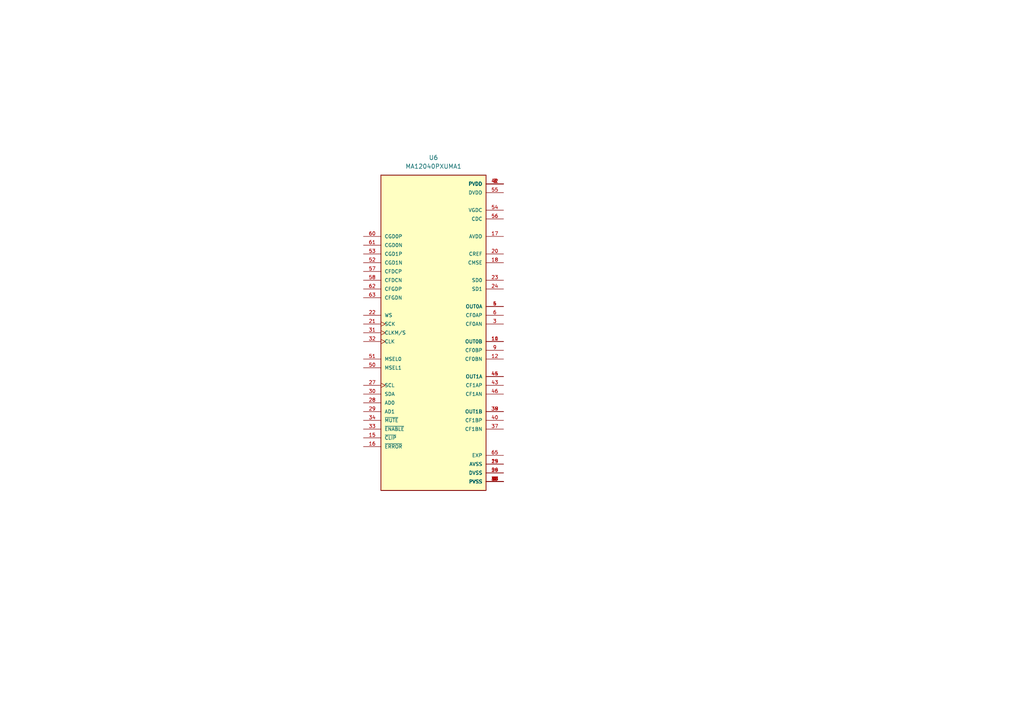
<source format=kicad_sch>
(kicad_sch (version 20230121) (generator eeschema)
  (paper "A4")
  (lib_symbols
    (symbol "MA12040PXUMA1:MA12040PXUMA1" (pin_names (offset 1.016))
      (property "Reference" "U" (at -15.24 46.99 0))
      (property "Value" "MA12040PXUMA1" (at -15.24 -48.26 0))
      (symbol "MA12040PXUMA1_0_0"
        (rectangle (start -15.24 -45.72) (end 15.24 45.72) (stroke (width 0.254)) (fill (type background)))
        (pin power_in line (at 20.32 -43.18 180) (length 5.08) (name "PVSS") (number "1"))
        (pin output line (at 20.32 -2.54 180) (length 5.08) (name "OUT0B") (number "10"))
        (pin output line (at 20.32 -2.54 180) (length 5.08) (name "OUT0B") (number "11"))
        (pin passive line (at 20.32 -7.62 180) (length 5.08) (name "CF0BN") (number "12"))
        (pin power_in line (at 20.32 -43.18 180) (length 5.08) (name "PVSS") (number "13"))
        (pin power_in line (at 20.32 -43.18 180) (length 5.08) (name "PVSS") (number "14"))
        (pin output line (at -20.32 -30.48 0) (length 5.08) (name "~{CLIP}") (number "15"))
        (pin output line (at -20.32 -33.02 0) (length 5.08) (name "~{ERROR}") (number "16"))
        (pin power_in line (at 20.32 27.94 180) (length 5.08) (name "AVDD") (number "17"))
        (pin output line (at 20.32 20.32 180) (length 5.08) (name "CMSE") (number "18"))
        (pin power_in line (at 20.32 -38.1 180) (length 5.08) (name "AVSS") (number "19"))
        (pin power_in line (at 20.32 -43.18 180) (length 5.08) (name "PVSS") (number "2"))
        (pin output line (at 20.32 22.86 180) (length 5.08) (name "CREF") (number "20"))
        (pin input clock (at -20.32 2.54 0) (length 5.08) (name "SCK") (number "21"))
        (pin input line (at -20.32 5.08 0) (length 5.08) (name "WS") (number "22"))
        (pin input line (at 20.32 15.24 180) (length 5.08) (name "SD0") (number "23"))
        (pin input line (at 20.32 12.7 180) (length 5.08) (name "SD1") (number "24"))
        (pin power_in line (at 20.32 -38.1 180) (length 5.08) (name "AVSS") (number "25"))
        (pin power_in line (at 20.32 -40.64 180) (length 5.08) (name "DVSS") (number "26"))
        (pin output clock (at -20.32 -15.24 0) (length 5.08) (name "SCL") (number "27"))
        (pin input line (at -20.32 -20.32 0) (length 5.08) (name "AD0") (number "28"))
        (pin input line (at -20.32 -22.86 0) (length 5.08) (name "AD1") (number "29"))
        (pin passive line (at 20.32 2.54 180) (length 5.08) (name "CF0AN") (number "3"))
        (pin input line (at -20.32 -17.78 0) (length 5.08) (name "SDA") (number "30"))
        (pin input clock (at -20.32 0 0) (length 5.08) (name "CLKM/S") (number "31"))
        (pin input clock (at -20.32 -2.54 0) (length 5.08) (name "CLK") (number "32"))
        (pin input line (at -20.32 -27.94 0) (length 5.08) (name "~{ENABLE}") (number "33"))
        (pin input line (at -20.32 -25.4 0) (length 5.08) (name "~{MUTE}") (number "34"))
        (pin power_in line (at 20.32 -43.18 180) (length 5.08) (name "PVSS") (number "35"))
        (pin power_in line (at 20.32 -43.18 180) (length 5.08) (name "PVSS") (number "36"))
        (pin passive line (at 20.32 -27.94 180) (length 5.08) (name "CF1BN") (number "37"))
        (pin output line (at 20.32 -22.86 180) (length 5.08) (name "OUT1B") (number "38"))
        (pin output line (at 20.32 -22.86 180) (length 5.08) (name "OUT1B") (number "39"))
        (pin output line (at 20.32 7.62 180) (length 5.08) (name "OUT0A") (number "4"))
        (pin passive line (at 20.32 -25.4 180) (length 5.08) (name "CF1BP") (number "40"))
        (pin power_in line (at 20.32 43.18 180) (length 5.08) (name "PVDD") (number "41"))
        (pin power_in line (at 20.32 43.18 180) (length 5.08) (name "PVDD") (number "42"))
        (pin passive line (at 20.32 -15.24 180) (length 5.08) (name "CF1AP") (number "43"))
        (pin output line (at 20.32 -12.7 180) (length 5.08) (name "OUT1A") (number "44"))
        (pin output line (at 20.32 -12.7 180) (length 5.08) (name "OUT1A") (number "45"))
        (pin passive line (at 20.32 -17.78 180) (length 5.08) (name "CF1AN") (number "46"))
        (pin power_in line (at 20.32 -43.18 180) (length 5.08) (name "PVSS") (number "47"))
        (pin power_in line (at 20.32 -43.18 180) (length 5.08) (name "PVSS") (number "48"))
        (pin output line (at 20.32 7.62 180) (length 5.08) (name "OUT0A") (number "5"))
        (pin input line (at -20.32 -10.16 0) (length 5.08) (name "MSEL1") (number "50"))
        (pin input line (at -20.32 -7.62 0) (length 5.08) (name "MSEL0") (number "51"))
        (pin passive line (at -20.32 20.32 0) (length 5.08) (name "CGD1N") (number "52"))
        (pin passive line (at -20.32 22.86 0) (length 5.08) (name "CGD1P") (number "53"))
        (pin power_in line (at 20.32 35.56 180) (length 5.08) (name "VGDC") (number "54"))
        (pin power_in line (at 20.32 40.64 180) (length 5.08) (name "DVDD") (number "55"))
        (pin power_in line (at 20.32 33.02 180) (length 5.08) (name "CDC") (number "56"))
        (pin passive line (at -20.32 17.78 0) (length 5.08) (name "CFDCP") (number "57"))
        (pin passive line (at -20.32 15.24 0) (length 5.08) (name "CFDCN") (number "58"))
        (pin power_in line (at 20.32 -40.64 180) (length 5.08) (name "DVSS") (number "59"))
        (pin passive line (at 20.32 5.08 180) (length 5.08) (name "CF0AP") (number "6"))
        (pin passive line (at -20.32 27.94 0) (length 5.08) (name "CGD0P") (number "60"))
        (pin passive line (at -20.32 25.4 0) (length 5.08) (name "CGD0N") (number "61"))
        (pin passive line (at -20.32 12.7 0) (length 5.08) (name "CFGDP") (number "62"))
        (pin passive line (at -20.32 10.16 0) (length 5.08) (name "CFGDN") (number "63"))
        (pin power_in line (at 20.32 -35.56 180) (length 5.08) (name "EXP") (number "65"))
        (pin power_in line (at 20.32 43.18 180) (length 5.08) (name "PVDD") (number "7"))
        (pin power_in line (at 20.32 43.18 180) (length 5.08) (name "PVDD") (number "8"))
        (pin passive line (at 20.32 -5.08 180) (length 5.08) (name "CF0BP") (number "9"))
      )
    )
  )
  (symbol (lib_id "MA12040PXUMA1:MA12040PXUMA1") (at 125.73 96.52 0) (unit 1)
    (property "Reference" "U6" (at 125.73 45.72 0))
    (property "Value" "MA12040PXUMA1" (at 125.73 48.26 0))
    (property "Footprint" "Libraries:QFN50P900X900X90-65N" (effects hide))
    (property "MF" "Infineon Technologies" (effects hide))
    (property "MAXIMUM_PACKAGE_HEIGHT" "0.9 mm" (effects hide))
    (property "Package" "VFQFN-64 Infineon Technologies" (effects hide))
    (property "Price" "None" (effects hide))
    (property "Check_prices" "https://www.snapeda.com/parts/MA12040PXUMA1/Infineon+Technologies/view-part/?ref=eda" (effects hide))
    (property "STANDARD" "IPC 7351B" (effects hide))
    (property "PARTREV" "1.0" (effects hide))
    (property "SnapEDA_Link" "https://www.snapeda.com/parts/MA12040PXUMA1/Infineon+Technologies/view-part/?ref=snap" (effects hide))
    (property "MP" "MA12040PXUMA1" (effects hide))
    (property "Purchase-URL" "https://www.snapeda.com/api/url_track_click_mouser/?unipart_id=4590329&manufacturer=Infineon Technologies&part_name=MA12040PXUMA1&search_term=ma12040p" (effects hide))
    (property "Description" "\nMulti-level switching technology with 3-level and 5-level modulation | 240W peak output power (18V PVDD, RL = 4?, 10% THD+N level)\n" (effects hide))
    (property "Availability" "In Stock" (effects hide))
    (property "MANUFACTURER" "Infineon Technologies" (effects hide))
  )
)
</source>
